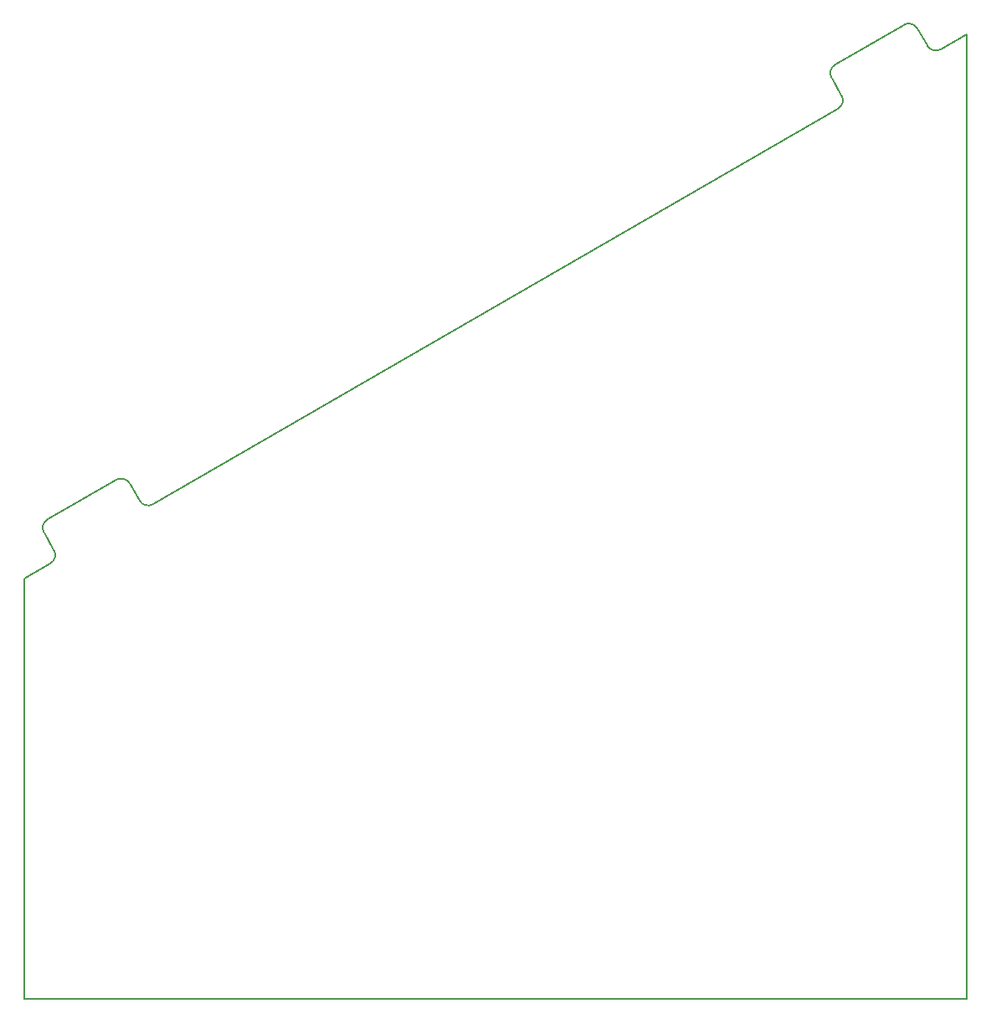
<source format=gm1>
G04*
G04 #@! TF.GenerationSoftware,Altium Limited,Altium Designer,25.5.2 (35)*
G04*
G04 Layer_Color=16711935*
%FSLAX44Y44*%
%MOMM*%
G71*
G04*
G04 #@! TF.SameCoordinates,D6C86324-9847-461E-B63F-EAAAC8019ABE*
G04*
G04*
G04 #@! TF.FilePolarity,Positive*
G04*
G01*
G75*
%ADD10C,0.2000*%
D10*
X1202987Y1055981D02*
G03*
X1189327Y1059641I-8660J-5000D01*
G01*
X1212987Y1038660D02*
G03*
X1226647Y1035000I8660J5000D01*
G01*
X1120045Y1019641D02*
G03*
X1116384Y1005981I5000J-8660D01*
G01*
X1122724Y975000D02*
G03*
X1126384Y988660I-5000J8660D01*
G01*
X416244Y578660D02*
G03*
X429904Y575000I8660J5000D01*
G01*
X325981Y515000D02*
G03*
X329641Y528660I-5000J8660D01*
G01*
X323301Y559641D02*
G03*
X319641Y545981I5000J-8660D01*
G01*
X406244Y595981D02*
G03*
X392583Y599641I-8660J-5000D01*
G01*
X1252628Y75000D02*
Y1050000D01*
X1226647Y1035000D02*
X1252628Y1050000D01*
X1202987Y1055981D02*
X1212987Y1038660D01*
X1120045Y1019641D02*
X1189327Y1059641D01*
X1116385Y1005981D02*
X1126384Y988660D01*
X429904Y575000D02*
X1122724Y975000D01*
X300000Y500000D02*
X325981Y515000D01*
X319641Y545981D02*
X329641Y528660D01*
X323301Y559641D02*
X392583Y599641D01*
X406244Y595981D02*
X416244Y578660D01*
X300000Y75000D02*
X1252628D01*
X300000D02*
Y500000D01*
M02*

</source>
